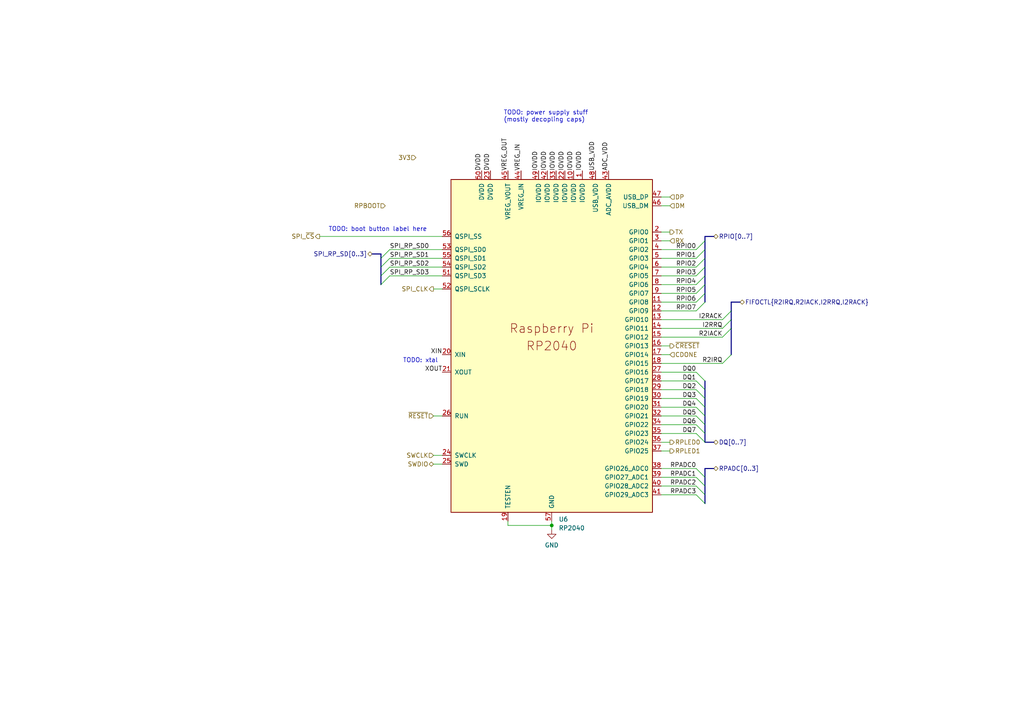
<source format=kicad_sch>
(kicad_sch (version 20211123) (generator eeschema)
  (paper "A4")
  (lib_symbols
    (symbol "MCU_RaspberryPi_and_Boards:RP2040" (pin_names (offset 1.016))
      (property "Reference" "U" (at -29.21 49.53 0))
      (property "Value" "RP2040" (at 24.13 -49.53 0))
      (symbol "RP2040_0_0"
        (text "Raspberry Pi" (at 0 5.08 0) (effects (font (size 2.54 2.54))))
        (text "RP2040" (at 0 0 0) (effects (font (size 2.54 2.54))))
      )
      (symbol "RP2040_0_1"
        (rectangle (start 29.21 48.26) (end -29.21 -48.26) (stroke (width 0.254)) (fill (type background)))
      )
      (symbol "RP2040_1_1"
        (pin power_in line (at 8.89 50.8 270) (length 2.54) (name "IOVDD") (number "1"))
        (pin power_in line (at 6.35 50.8 270) (length 2.54) (name "IOVDD") (number "10"))
        (pin bidirectional line (at 31.75 12.7 180) (length 2.54) (name "GPIO8") (number "11"))
        (pin bidirectional line (at 31.75 10.16 180) (length 2.54) (name "GPIO9") (number "12"))
        (pin bidirectional line (at 31.75 7.62 180) (length 2.54) (name "GPIO10") (number "13"))
        (pin bidirectional line (at 31.75 5.08 180) (length 2.54) (name "GPIO11") (number "14"))
        (pin bidirectional line (at 31.75 2.54 180) (length 2.54) (name "GPIO12") (number "15"))
        (pin bidirectional line (at 31.75 0 180) (length 2.54) (name "GPIO13") (number "16"))
        (pin bidirectional line (at 31.75 -2.54 180) (length 2.54) (name "GPIO14") (number "17"))
        (pin bidirectional line (at 31.75 -5.08 180) (length 2.54) (name "GPIO15") (number "18"))
        (pin passive line (at -12.7 -50.8 90) (length 2.54) (name "TESTEN") (number "19"))
        (pin bidirectional line (at 31.75 33.02 180) (length 2.54) (name "GPIO0") (number "2"))
        (pin input line (at -31.75 -2.54 0) (length 2.54) (name "XIN") (number "20"))
        (pin passive line (at -31.75 -7.62 0) (length 2.54) (name "XOUT") (number "21"))
        (pin power_in line (at 3.81 50.8 270) (length 2.54) (name "IOVDD") (number "22"))
        (pin power_in line (at -17.78 50.8 270) (length 2.54) (name "DVDD") (number "23"))
        (pin output line (at -31.75 -31.75 0) (length 2.54) (name "SWCLK") (number "24"))
        (pin bidirectional line (at -31.75 -34.29 0) (length 2.54) (name "SWD") (number "25"))
        (pin input line (at -31.75 -20.32 0) (length 2.54) (name "RUN") (number "26"))
        (pin bidirectional line (at 31.75 -7.62 180) (length 2.54) (name "GPIO16") (number "27"))
        (pin bidirectional line (at 31.75 -10.16 180) (length 2.54) (name "GPIO17") (number "28"))
        (pin bidirectional line (at 31.75 -12.7 180) (length 2.54) (name "GPIO18") (number "29"))
        (pin bidirectional line (at 31.75 30.48 180) (length 2.54) (name "GPIO1") (number "3"))
        (pin bidirectional line (at 31.75 -15.24 180) (length 2.54) (name "GPIO19") (number "30"))
        (pin bidirectional line (at 31.75 -17.78 180) (length 2.54) (name "GPIO20") (number "31"))
        (pin bidirectional line (at 31.75 -20.32 180) (length 2.54) (name "GPIO21") (number "32"))
        (pin power_in line (at 1.27 50.8 270) (length 2.54) (name "IOVDD") (number "33"))
        (pin bidirectional line (at 31.75 -22.86 180) (length 2.54) (name "GPIO22") (number "34"))
        (pin bidirectional line (at 31.75 -25.4 180) (length 2.54) (name "GPIO23") (number "35"))
        (pin bidirectional line (at 31.75 -27.94 180) (length 2.54) (name "GPIO24") (number "36"))
        (pin bidirectional line (at 31.75 -30.48 180) (length 2.54) (name "GPIO25") (number "37"))
        (pin bidirectional line (at 31.75 -35.56 180) (length 2.54) (name "GPIO26_ADC0") (number "38"))
        (pin bidirectional line (at 31.75 -38.1 180) (length 2.54) (name "GPIO27_ADC1") (number "39"))
        (pin bidirectional line (at 31.75 27.94 180) (length 2.54) (name "GPIO2") (number "4"))
        (pin bidirectional line (at 31.75 -40.64 180) (length 2.54) (name "GPIO28_ADC2") (number "40"))
        (pin bidirectional line (at 31.75 -43.18 180) (length 2.54) (name "GPIO29_ADC3") (number "41"))
        (pin power_in line (at -1.27 50.8 270) (length 2.54) (name "IOVDD") (number "42"))
        (pin power_in line (at 16.51 50.8 270) (length 2.54) (name "ADC_AVDD") (number "43"))
        (pin power_in line (at -8.89 50.8 270) (length 2.54) (name "VREG_IN") (number "44"))
        (pin power_out line (at -12.7 50.8 270) (length 2.54) (name "VREG_VOUT") (number "45"))
        (pin bidirectional line (at 31.75 40.64 180) (length 2.54) (name "USB_DM") (number "46"))
        (pin bidirectional line (at 31.75 43.18 180) (length 2.54) (name "USB_DP") (number "47"))
        (pin power_in line (at 12.7 50.8 270) (length 2.54) (name "USB_VDD") (number "48"))
        (pin power_in line (at -3.81 50.8 270) (length 2.54) (name "IOVDD") (number "49"))
        (pin bidirectional line (at 31.75 25.4 180) (length 2.54) (name "GPIO3") (number "5"))
        (pin power_in line (at -20.32 50.8 270) (length 2.54) (name "DVDD") (number "50"))
        (pin bidirectional line (at -31.75 20.32 0) (length 2.54) (name "QSPI_SD3") (number "51"))
        (pin output line (at -31.75 16.51 0) (length 2.54) (name "QSPI_SCLK") (number "52"))
        (pin bidirectional line (at -31.75 27.94 0) (length 2.54) (name "QSPI_SD0") (number "53"))
        (pin bidirectional line (at -31.75 22.86 0) (length 2.54) (name "QSPI_SD2") (number "54"))
        (pin bidirectional line (at -31.75 25.4 0) (length 2.54) (name "QSPI_SD1") (number "55"))
        (pin bidirectional line (at -31.75 31.75 0) (length 2.54) (name "QSPI_SS") (number "56"))
        (pin power_in line (at 0 -50.8 90) (length 2.54) (name "GND") (number "57"))
        (pin bidirectional line (at 31.75 22.86 180) (length 2.54) (name "GPIO4") (number "6"))
        (pin bidirectional line (at 31.75 20.32 180) (length 2.54) (name "GPIO5") (number "7"))
        (pin bidirectional line (at 31.75 17.78 180) (length 2.54) (name "GPIO6") (number "8"))
        (pin bidirectional line (at 31.75 15.24 180) (length 2.54) (name "GPIO7") (number "9"))
      )
    )
    (symbol "power:GND" (power) (pin_names (offset 0))
      (property "Value" "GND" (at 0 -3.81 0))
      (symbol "GND_0_1"
        (polyline (pts (xy 0 0) (xy 0 -1.27) (xy 1.27 -1.27) (xy 0 -2.54) (xy -1.27 -1.27) (xy 0 -1.27)))
      )
      (symbol "GND_1_1"
        (pin power_in line (at 0 0 270) (length 0) hide (name "GND") (number "1"))
      )
    )
  )
  (junction (at 160.02 152.4))
  (bus_entry (at 201.93 143.51) (size 2.54 2.54))
  (bus_entry (at 201.93 138.43) (size 2.54 2.54))
  (bus_entry (at 201.93 85.09) (size 2.54 -2.54))
  (bus_entry (at 201.93 135.89) (size 2.54 2.54))
  (bus_entry (at 209.55 105.41) (size 2.54 -2.54))
  (bus_entry (at 209.55 97.79) (size 2.54 -2.54))
  (bus_entry (at 209.55 95.25) (size 2.54 -2.54))
  (bus_entry (at 209.55 92.71) (size 2.54 -2.54))
  (bus_entry (at 201.93 72.39) (size 2.54 -2.54))
  (bus_entry (at 110.49 82.55) (size 2.54 -2.54))
  (bus_entry (at 110.49 77.47) (size 2.54 -2.54))
  (bus_entry (at 110.49 80.01) (size 2.54 -2.54))
  (bus_entry (at 110.49 74.93) (size 2.54 -2.54))
  (bus_entry (at 201.93 140.97) (size 2.54 2.54))
  (bus_entry (at 201.93 74.93) (size 2.54 -2.54))
  (bus_entry (at 201.93 118.11) (size 2.54 2.54))
  (bus_entry (at 201.93 120.65) (size 2.54 2.54))
  (bus_entry (at 201.93 125.73) (size 2.54 2.54))
  (bus_entry (at 201.93 123.19) (size 2.54 2.54))
  (bus_entry (at 201.93 110.49) (size 2.54 2.54))
  (bus_entry (at 201.93 107.95) (size 2.54 2.54))
  (bus_entry (at 201.93 113.03) (size 2.54 2.54))
  (bus_entry (at 201.93 115.57) (size 2.54 2.54))
  (bus_entry (at 201.93 90.17) (size 2.54 -2.54))
  (bus_entry (at 201.93 77.47) (size 2.54 -2.54))
  (bus_entry (at 201.93 82.55) (size 2.54 -2.54))
  (bus_entry (at 201.93 80.01) (size 2.54 -2.54))
  (bus_entry (at 201.93 87.63) (size 2.54 -2.54))
  (bus (pts (xy 204.47 85.09) (xy 204.47 82.55)))
  (wire (pts (xy 191.77 97.79) (xy 209.55 97.79)))
  (bus (pts (xy 204.47 135.89) (xy 207.01 135.89)))
  (wire (pts (xy 191.77 87.63) (xy 201.93 87.63)))
  (wire (pts (xy 191.77 74.93) (xy 201.93 74.93)))
  (wire (pts (xy 113.03 77.47) (xy 128.27 77.47)))
  (bus (pts (xy 204.47 72.39) (xy 204.47 69.85)))
  (wire (pts (xy 92.71 68.58) (xy 128.27 68.58)))
  (bus (pts (xy 204.47 118.11) (xy 204.47 120.65)))
  (wire (pts (xy 191.77 80.01) (xy 201.93 80.01)))
  (wire (pts (xy 160.02 151.13) (xy 160.02 152.4)))
  (wire (pts (xy 125.73 134.62) (xy 128.27 134.62)))
  (wire (pts (xy 191.77 67.31) (xy 194.31 67.31)))
  (wire (pts (xy 191.77 92.71) (xy 209.55 92.71)))
  (bus (pts (xy 204.47 74.93) (xy 204.47 72.39)))
  (bus (pts (xy 204.47 138.43) (xy 204.47 135.89)))
  (bus (pts (xy 204.47 82.55) (xy 204.47 80.01)))
  (wire (pts (xy 125.73 120.65) (xy 128.27 120.65)))
  (bus (pts (xy 204.47 80.01) (xy 204.47 77.47)))
  (wire (pts (xy 191.77 59.69) (xy 194.31 59.69)))
  (wire (pts (xy 147.32 152.4) (xy 160.02 152.4)))
  (wire (pts (xy 160.02 152.4) (xy 160.02 153.67)))
  (bus (pts (xy 204.47 68.58) (xy 204.47 69.85)))
  (wire (pts (xy 191.77 130.81) (xy 194.31 130.81)))
  (wire (pts (xy 113.03 80.01) (xy 128.27 80.01)))
  (wire (pts (xy 125.73 83.82) (xy 128.27 83.82)))
  (bus (pts (xy 204.47 120.65) (xy 204.47 123.19)))
  (wire (pts (xy 191.77 118.11) (xy 201.93 118.11)))
  (bus (pts (xy 204.47 125.73) (xy 204.47 128.27)))
  (wire (pts (xy 191.77 128.27) (xy 194.31 128.27)))
  (bus (pts (xy 212.09 90.17) (xy 212.09 92.71)))
  (bus (pts (xy 110.49 80.01) (xy 110.49 82.55)))
  (bus (pts (xy 204.47 128.27) (xy 207.01 128.27)))
  (wire (pts (xy 191.77 77.47) (xy 201.93 77.47)))
  (bus (pts (xy 204.47 143.51) (xy 204.47 140.97)))
  (bus (pts (xy 212.09 87.63) (xy 212.09 90.17)))
  (wire (pts (xy 191.77 125.73) (xy 201.93 125.73)))
  (bus (pts (xy 204.47 146.05) (xy 204.47 143.51)))
  (wire (pts (xy 191.77 138.43) (xy 201.93 138.43)))
  (wire (pts (xy 191.77 57.15) (xy 194.31 57.15)))
  (wire (pts (xy 191.77 100.33) (xy 194.31 100.33)))
  (wire (pts (xy 191.77 113.03) (xy 201.93 113.03)))
  (wire (pts (xy 191.77 123.19) (xy 201.93 123.19)))
  (wire (pts (xy 113.03 72.39) (xy 128.27 72.39)))
  (bus (pts (xy 107.95 73.66) (xy 110.49 73.66)))
  (wire (pts (xy 191.77 102.87) (xy 194.31 102.87)))
  (wire (pts (xy 191.77 105.41) (xy 209.55 105.41)))
  (bus (pts (xy 204.47 115.57) (xy 204.47 118.11)))
  (bus (pts (xy 204.47 123.19) (xy 204.47 125.73)))
  (wire (pts (xy 191.77 120.65) (xy 201.93 120.65)))
  (wire (pts (xy 191.77 135.89) (xy 201.93 135.89)))
  (bus (pts (xy 204.47 77.47) (xy 204.47 74.93)))
  (bus (pts (xy 110.49 74.93) (xy 110.49 77.47)))
  (wire (pts (xy 191.77 85.09) (xy 201.93 85.09)))
  (wire (pts (xy 191.77 95.25) (xy 209.55 95.25)))
  (bus (pts (xy 212.09 95.25) (xy 212.09 102.87)))
  (wire (pts (xy 113.03 74.93) (xy 128.27 74.93)))
  (bus (pts (xy 110.49 73.66) (xy 110.49 74.93)))
  (wire (pts (xy 191.77 82.55) (xy 201.93 82.55)))
  (wire (pts (xy 191.77 90.17) (xy 201.93 90.17)))
  (bus (pts (xy 204.47 110.49) (xy 204.47 113.03)))
  (wire (pts (xy 191.77 69.85) (xy 194.31 69.85)))
  (wire (pts (xy 147.32 151.13) (xy 147.32 152.4)))
  (bus (pts (xy 204.47 113.03) (xy 204.47 115.57)))
  (bus (pts (xy 204.47 68.58) (xy 207.01 68.58)))
  (wire (pts (xy 191.77 107.95) (xy 201.93 107.95)))
  (bus (pts (xy 204.47 140.97) (xy 204.47 138.43)))
  (bus (pts (xy 212.09 87.63) (xy 214.63 87.63)))
  (wire (pts (xy 191.77 115.57) (xy 201.93 115.57)))
  (wire (pts (xy 191.77 143.51) (xy 201.93 143.51)))
  (wire (pts (xy 125.73 132.08) (xy 128.27 132.08)))
  (bus (pts (xy 204.47 87.63) (xy 204.47 85.09)))
  (wire (pts (xy 191.77 110.49) (xy 201.93 110.49)))
  (bus (pts (xy 212.09 92.71) (xy 212.09 95.25)))
  (wire (pts (xy 191.77 140.97) (xy 201.93 140.97)))
  (bus (pts (xy 110.49 77.47) (xy 110.49 80.01)))
  (wire (pts (xy 191.77 72.39) (xy 201.93 72.39)))
  (text "TODO: power supply stuff\n(mostly decopling caps)" (at 146.05 35.56 0) (effects (font (size 1.27 1.27)) (justify left bottom)))
  (text "TODO: boot button label here" (at 95.25 67.31 0) (effects (font (size 1.27 1.27)) (justify left bottom)))
  (text "TODO: xtal" (at 116.8356 105.3753 0) (effects (font (size 1.27 1.27)) (justify left bottom)))
  (label "I2RACK" (at 209.55 92.71 180))
  (label "DQ1" (at 201.93 110.49 180))
  (label "RPIO7" (at 201.93 90.17 180))
  (label "R2IRQ" (at 209.55 105.41 180))
  (label "XIN" (at 128.27 102.87 180))
  (label "RPADC2" (at 201.93 140.97 180))
  (label "SPI_RP_SD2" (at 113.03 77.47 0))
  (label "DVDD" (at 139.7 49.53 90))
  (label "DVDD" (at 142.24 49.53 90))
  (label "XOUT" (at 128.27 107.95 180))
  (label "VREG_IN" (at 151.13 49.53 90))
  (label "ADC_VDD" (at 176.53 49.53 90))
  (label "RPIO4" (at 201.93 82.55 180))
  (label "IOVDD" (at 156.21 49.53 90))
  (label "IOVDD" (at 158.75 49.53 90))
  (label "DQ5" (at 201.93 120.65 180))
  (label "DQ7" (at 201.93 125.73 180))
  (label "RPIO0" (at 201.93 72.39 180))
  (label "DQ6" (at 201.93 123.19 180))
  (label "SPI_RP_SD0" (at 113.03 72.39 0))
  (label "IOVDD" (at 161.29 49.53 90))
  (label "IOVDD" (at 166.37 49.53 90))
  (label "DQ2" (at 201.93 113.03 180))
  (label "DQ4" (at 201.93 118.11 180))
  (label "DQ3" (at 201.93 115.57 180))
  (label "RPADC0" (at 201.93 135.89 180))
  (label "IOVDD" (at 163.83 49.53 90))
  (label "SPI_RP_SD3" (at 113.03 80.01 0))
  (label "R2IACK" (at 209.55 97.79 180))
  (label "RPIO2" (at 201.93 77.47 180))
  (label "VREG_OUT" (at 147.32 49.53 90))
  (label "RPIO1" (at 201.93 74.93 180))
  (label "RPADC1" (at 201.93 138.43 180))
  (label "RPIO6" (at 201.93 87.63 180))
  (label "USB_VDD" (at 172.72 49.53 90))
  (label "RPADC3" (at 201.93 143.51 180))
  (label "I2RRQ" (at 209.55 95.25 180))
  (label "IOVDD" (at 168.91 49.53 90))
  (label "DQ0" (at 201.93 107.95 180))
  (label "SPI_RP_SD1" (at 113.03 74.93 0))
  (label "RPIO3" (at 201.93 80.01 180))
  (label "RPIO5" (at 201.93 85.09 180))
  (hierarchical_label "DM" (shape input) (at 194.31 59.69 0))
  (hierarchical_label "SPI_~{CS}" (shape output) (at 92.71 68.58 180))
  (hierarchical_label "~{CRESET}" (shape output) (at 194.31 100.33 0))
  (hierarchical_label "RPLED0" (shape output) (at 194.31 128.27 0))
  (hierarchical_label "SWCLK" (shape input) (at 125.73 132.08 180))
  (hierarchical_label "RPLED1" (shape output) (at 194.31 130.81 0))
  (hierarchical_label "SPI_RP_SD[0..3]" (shape bidirectional) (at 107.95 73.66 180))
  (hierarchical_label "SWDIO" (shape bidirectional) (at 125.73 134.62 180))
  (hierarchical_label "RPIO[0..7]" (shape bidirectional) (at 207.01 68.58 0))
  (hierarchical_label "~{RESET}" (shape input) (at 125.73 120.65 180))
  (hierarchical_label "RPBOOT" (shape input) (at 111.76 59.69 180))
  (hierarchical_label "RPADC[0..3]" (shape bidirectional) (at 207.01 135.89 0))
  (hierarchical_label "3V3" (shape input) (at 120.65 45.72 180))
  (hierarchical_label "DQ[0..7]" (shape bidirectional) (at 207.01 128.27 0))
  (hierarchical_label "RX" (shape input) (at 194.31 69.85 0))
  (hierarchical_label "FIFOCTL{R2IRQ,R2IACK,I2RRQ,I2RACK}" (shape bidirectional) (at 214.63 87.63 0))
  (hierarchical_label "CDONE" (shape input) (at 194.31 102.87 0))
  (hierarchical_label "TX" (shape output) (at 194.31 67.31 0))
  (hierarchical_label "DP" (shape input) (at 194.31 57.15 0))
  (hierarchical_label "SPI_CLK" (shape output) (at 125.73 83.82 180))
  (symbol (lib_id "power:GND") (at 160.02 153.67 0) (unit 1)
    (property "Reference" "#PWR0114" (effects hide))
    (property "Value" "GND" (at 160.02 158.1134 0))
  )
  (symbol (lib_id "MCU_RaspberryPi_and_Boards:RP2040") (at 160.02 100.33 0) (unit 1)
    (property "Reference" "U6" (at 162.0394 150.6204 0) (effects (justify left)))
    (property "Value" "RP2040" (at 162.0394 153.1573 0) (effects (justify left)))
    (property "Footprint" "MCU_RaspberryPi_and_Boards:RP2040-QFN-56" (effects hide))
  )
)
</source>
